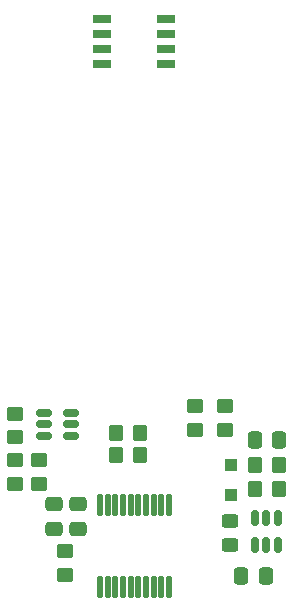
<source format=gbp>
G04 #@! TF.GenerationSoftware,KiCad,Pcbnew,6.0.10*
G04 #@! TF.CreationDate,2023-06-20T13:49:35-05:00*
G04 #@! TF.ProjectId,sensor_sigfox_2,73656e73-6f72-45f7-9369-67666f785f32,rev?*
G04 #@! TF.SameCoordinates,Original*
G04 #@! TF.FileFunction,Paste,Bot*
G04 #@! TF.FilePolarity,Positive*
%FSLAX46Y46*%
G04 Gerber Fmt 4.6, Leading zero omitted, Abs format (unit mm)*
G04 Created by KiCad (PCBNEW 6.0.10) date 2023-06-20 13:49:35*
%MOMM*%
%LPD*%
G01*
G04 APERTURE LIST*
G04 Aperture macros list*
%AMRoundRect*
0 Rectangle with rounded corners*
0 $1 Rounding radius*
0 $2 $3 $4 $5 $6 $7 $8 $9 X,Y pos of 4 corners*
0 Add a 4 corners polygon primitive as box body*
4,1,4,$2,$3,$4,$5,$6,$7,$8,$9,$2,$3,0*
0 Add four circle primitives for the rounded corners*
1,1,$1+$1,$2,$3*
1,1,$1+$1,$4,$5*
1,1,$1+$1,$6,$7*
1,1,$1+$1,$8,$9*
0 Add four rect primitives between the rounded corners*
20,1,$1+$1,$2,$3,$4,$5,0*
20,1,$1+$1,$4,$5,$6,$7,0*
20,1,$1+$1,$6,$7,$8,$9,0*
20,1,$1+$1,$8,$9,$2,$3,0*%
G04 Aperture macros list end*
%ADD10R,1.000000X1.000000*%
%ADD11RoundRect,0.150000X-0.150000X0.512500X-0.150000X-0.512500X0.150000X-0.512500X0.150000X0.512500X0*%
%ADD12RoundRect,0.250000X-0.450000X0.350000X-0.450000X-0.350000X0.450000X-0.350000X0.450000X0.350000X0*%
%ADD13RoundRect,0.250000X-0.350000X-0.450000X0.350000X-0.450000X0.350000X0.450000X-0.350000X0.450000X0*%
%ADD14RoundRect,0.250000X0.350000X0.450000X-0.350000X0.450000X-0.350000X-0.450000X0.350000X-0.450000X0*%
%ADD15R,1.500000X0.650000*%
%ADD16RoundRect,0.150000X-0.512500X-0.150000X0.512500X-0.150000X0.512500X0.150000X-0.512500X0.150000X0*%
%ADD17RoundRect,0.250000X-0.337500X-0.475000X0.337500X-0.475000X0.337500X0.475000X-0.337500X0.475000X0*%
%ADD18RoundRect,0.250000X-0.475000X0.337500X-0.475000X-0.337500X0.475000X-0.337500X0.475000X0.337500X0*%
%ADD19RoundRect,0.250000X0.337500X0.475000X-0.337500X0.475000X-0.337500X-0.475000X0.337500X-0.475000X0*%
%ADD20RoundRect,0.250000X0.450000X-0.350000X0.450000X0.350000X-0.450000X0.350000X-0.450000X-0.350000X0*%
%ADD21RoundRect,0.125000X-0.125000X0.825000X-0.125000X-0.825000X0.125000X-0.825000X0.125000X0.825000X0*%
%ADD22RoundRect,0.250000X-0.450000X0.325000X-0.450000X-0.325000X0.450000X-0.325000X0.450000X0.325000X0*%
G04 APERTURE END LIST*
D10*
X135001000Y-74785000D03*
X135001000Y-77285000D03*
D11*
X137033000Y-79230000D03*
X137983000Y-79230000D03*
X138933000Y-79230000D03*
X138933000Y-81505000D03*
X137983000Y-81505000D03*
X137033000Y-81505000D03*
D12*
X116713000Y-74327000D03*
X116713000Y-76327000D03*
D13*
X125254000Y-72009000D03*
X127254000Y-72009000D03*
D14*
X139049000Y-74785000D03*
X137049000Y-74785000D03*
D15*
X124046000Y-40767000D03*
X124046000Y-39497000D03*
X124046000Y-38227000D03*
X124046000Y-36957000D03*
X129446000Y-36957000D03*
X129446000Y-38227000D03*
X129446000Y-39497000D03*
X129446000Y-40767000D03*
D16*
X119137000Y-72263000D03*
X119137000Y-71313000D03*
X119137000Y-70363000D03*
X121412000Y-70363000D03*
X121412000Y-71313000D03*
X121412000Y-72263000D03*
D17*
X135847000Y-84183000D03*
X137922000Y-84183000D03*
D18*
X122047000Y-78062000D03*
X122047000Y-80137000D03*
D19*
X139065000Y-72626000D03*
X136990000Y-72626000D03*
D12*
X120904000Y-82042000D03*
X120904000Y-84042000D03*
D14*
X127254000Y-73914000D03*
X125254000Y-73914000D03*
D20*
X134493000Y-71755000D03*
X134493000Y-69755000D03*
X118745000Y-76327000D03*
X118745000Y-74327000D03*
X116713000Y-72390000D03*
X116713000Y-70390000D03*
X131953000Y-71755000D03*
X131953000Y-69755000D03*
D21*
X123877000Y-78090000D03*
X124527000Y-78090000D03*
X125177000Y-78090000D03*
X125827000Y-78090000D03*
X126477000Y-78090000D03*
X127127000Y-78090000D03*
X127777000Y-78090000D03*
X128427000Y-78090000D03*
X129077000Y-78090000D03*
X129727000Y-78090000D03*
X129727000Y-85090000D03*
X129077000Y-85090000D03*
X128427000Y-85090000D03*
X127777000Y-85090000D03*
X127127000Y-85090000D03*
X126477000Y-85090000D03*
X125827000Y-85090000D03*
X125177000Y-85090000D03*
X124527000Y-85090000D03*
X123877000Y-85090000D03*
D22*
X134874000Y-79484000D03*
X134874000Y-81534000D03*
D13*
X137033000Y-76817000D03*
X139033000Y-76817000D03*
D18*
X120015000Y-78083500D03*
X120015000Y-80158500D03*
M02*

</source>
